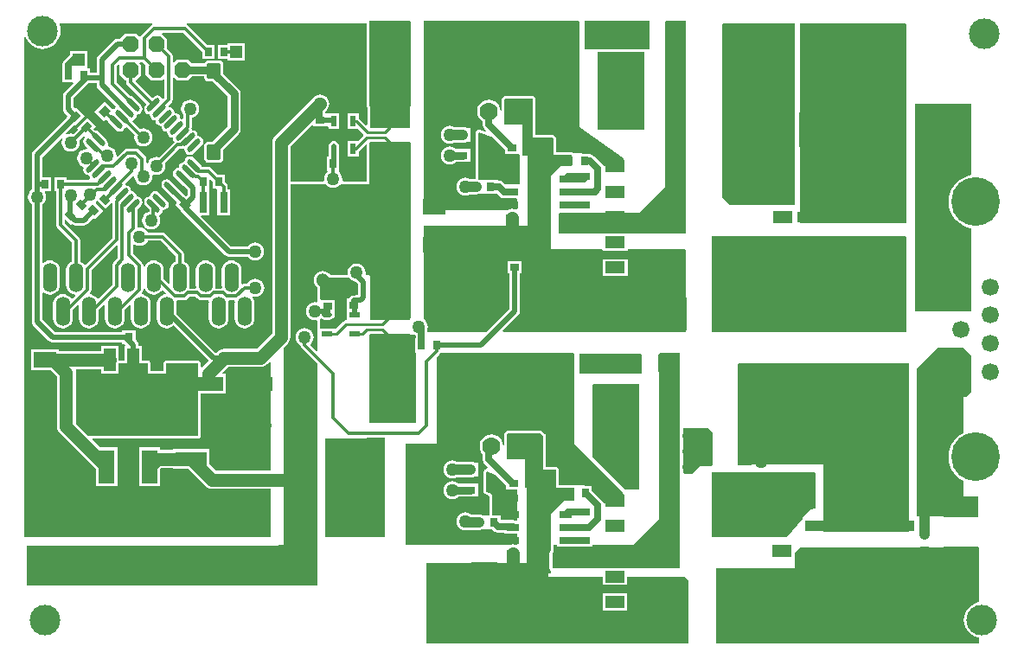
<source format=gtl>
%FSLAX44Y44*%
%MOMM*%
G71*
G01*
G75*
G04 Layer_Physical_Order=1*
G04 Layer_Color=255*
%ADD10R,2.6000X1.1000*%
%ADD11R,3.5000X2.0000*%
%ADD12R,2.1800X1.5200*%
%ADD13R,1.5500X3.3000*%
%ADD14R,1.5200X2.1800*%
%ADD15R,0.9000X0.7000*%
%ADD16R,0.7000X0.9000*%
%ADD17R,0.9000X0.8000*%
%ADD18R,1.1430X0.7620*%
%ADD19R,2.2606X2.9972*%
%ADD20R,1.4224X3.0226*%
%ADD21R,1.8800X1.1700*%
%ADD22R,1.1000X1.4000*%
%ADD23R,0.8000X0.9000*%
%ADD24R,3.0226X1.4224*%
%ADD25R,1.1000X1.7000*%
G04:AMPARAMS|DCode=26|XSize=0.9mm|YSize=0.7mm|CornerRadius=0mm|HoleSize=0mm|Usage=FLASHONLY|Rotation=225.000|XOffset=0mm|YOffset=0mm|HoleType=Round|Shape=Rectangle|*
%AMROTATEDRECTD26*
4,1,4,0.0707,0.5657,0.5657,0.0707,-0.0707,-0.5657,-0.5657,-0.0707,0.0707,0.5657,0.0*
%
%ADD26ROTATEDRECTD26*%

%ADD27R,1.8000X3.2000*%
%ADD28R,1.2000X1.2000*%
%ADD29R,1.4000X1.3900*%
%ADD30R,4.8600X3.3600*%
%ADD31R,4.0000X3.1000*%
G04:AMPARAMS|DCode=32|XSize=0.9mm|YSize=0.8mm|CornerRadius=0mm|HoleSize=0mm|Usage=FLASHONLY|Rotation=135.000|XOffset=0mm|YOffset=0mm|HoleType=Round|Shape=Rectangle|*
%AMROTATEDRECTD32*
4,1,4,0.6010,-0.0354,0.0354,-0.6010,-0.6010,0.0354,-0.0354,0.6010,0.6010,-0.0354,0.0*
%
%ADD32ROTATEDRECTD32*%

G04:AMPARAMS|DCode=33|XSize=0.9mm|YSize=0.8mm|CornerRadius=0mm|HoleSize=0mm|Usage=FLASHONLY|Rotation=45.000|XOffset=0mm|YOffset=0mm|HoleType=Round|Shape=Rectangle|*
%AMROTATEDRECTD33*
4,1,4,-0.0354,-0.6010,-0.6010,-0.0354,0.0354,0.6010,0.6010,0.0354,-0.0354,-0.6010,0.0*
%
%ADD33ROTATEDRECTD33*%

G04:AMPARAMS|DCode=34|XSize=0.9mm|YSize=0.7mm|CornerRadius=0mm|HoleSize=0mm|Usage=FLASHONLY|Rotation=315.000|XOffset=0mm|YOffset=0mm|HoleType=Round|Shape=Rectangle|*
%AMROTATEDRECTD34*
4,1,4,-0.5657,0.0707,-0.0707,0.5657,0.5657,-0.0707,0.0707,-0.5657,-0.5657,0.0707,0.0*
%
%ADD34ROTATEDRECTD34*%

%ADD35R,1.2192X1.2192*%
%ADD36R,1.4000X3.3000*%
%ADD37R,2.1000X1.8000*%
%ADD38O,1.0000X0.5500*%
%ADD39R,1.0000X0.5500*%
%ADD40O,0.5500X1.0000*%
%ADD41R,0.5500X1.0000*%
G04:AMPARAMS|DCode=42|XSize=1.55mm|YSize=1.3mm|CornerRadius=0.0975mm|HoleSize=0mm|Usage=FLASHONLY|Rotation=90.000|XOffset=0mm|YOffset=0mm|HoleType=Round|Shape=RoundedRectangle|*
%AMROUNDEDRECTD42*
21,1,1.5500,1.1050,0,0,90.0*
21,1,1.3550,1.3000,0,0,90.0*
1,1,0.1950,0.5525,0.6775*
1,1,0.1950,0.5525,-0.6775*
1,1,0.1950,-0.5525,-0.6775*
1,1,0.1950,-0.5525,0.6775*
%
%ADD42ROUNDEDRECTD42*%
G04:AMPARAMS|DCode=43|XSize=0.55mm|YSize=1.65mm|CornerRadius=0mm|HoleSize=0mm|Usage=FLASHONLY|Rotation=135.000|XOffset=0mm|YOffset=0mm|HoleType=Round|Shape=Round|*
%AMOVALD43*
21,1,1.1000,0.5500,0.0000,0.0000,225.0*
1,1,0.5500,0.3889,0.3889*
1,1,0.5500,-0.3889,-0.3889*
%
%ADD43OVALD43*%

G04:AMPARAMS|DCode=44|XSize=0.55mm|YSize=1.65mm|CornerRadius=0mm|HoleSize=0mm|Usage=FLASHONLY|Rotation=225.000|XOffset=0mm|YOffset=0mm|HoleType=Round|Shape=Round|*
%AMOVALD44*
21,1,1.1000,0.5500,0.0000,0.0000,315.0*
1,1,0.5500,-0.3889,0.3889*
1,1,0.5500,0.3889,-0.3889*
%
%ADD44OVALD44*%

%ADD45R,1.2192X1.2192*%
%ADD46R,0.7112X2.0066*%
%ADD47R,1.2192X2.2352*%
%ADD48R,3.6068X2.2098*%
%ADD49R,2.0000X3.5000*%
%ADD50C,1.2700*%
%ADD51C,0.3000*%
%ADD52C,0.6350*%
%ADD53C,0.5080*%
%ADD54C,0.7500*%
%ADD55C,0.5000*%
%ADD56C,0.2540*%
%ADD57C,1.0000*%
%ADD58C,0.7000*%
%ADD59C,3.0000*%
%ADD60O,1.4224X2.8448*%
%ADD61C,1.7780*%
%ADD62C,2.3000*%
%ADD63C,1.6900*%
%ADD64R,1.6900X1.6900*%
%ADD65C,4.7600*%
G04:AMPARAMS|DCode=66|XSize=1.5748mm|YSize=1.5748mm|CornerRadius=0mm|HoleSize=0mm|Usage=FLASHONLY|Rotation=0.000|XOffset=0mm|YOffset=0mm|HoleType=Round|Shape=Octagon|*
%AMOCTAGOND66*
4,1,8,0.7874,-0.3937,0.7874,0.3937,0.3937,0.7874,-0.3937,0.7874,-0.7874,0.3937,-0.7874,-0.3937,-0.3937,-0.7874,0.3937,-0.7874,0.7874,-0.3937,0.0*
%
%ADD66OCTAGOND66*%

%ADD67C,1.2700*%
%ADD68C,0.8000*%
G36*
X619760Y308113D02*
X619760Y289560D01*
X559698Y289560D01*
X558800Y290458D01*
X558800Y309011D01*
X618862Y309011D01*
X619760Y308113D01*
D02*
G37*
G36*
X877942Y424180D02*
X878840Y423282D01*
X878840Y330200D01*
X689238Y330200D01*
X688340Y331098D01*
X688340Y424180D01*
X877942Y424180D01*
D02*
G37*
G36*
X185420Y233680D02*
Y228600D01*
X77984D01*
X66040Y240544D01*
Y293954D01*
X90210D01*
Y289092D01*
X107402D01*
Y299720D01*
X136438D01*
Y289092D01*
X153630D01*
Y299720D01*
X185420D01*
Y233680D01*
D02*
G37*
G36*
X688340Y232900D02*
Y198900D01*
X676140D01*
X675640Y198400D01*
X668357Y191117D01*
X662323D01*
X660400Y193040D01*
Y236220D01*
X685020D01*
X688340Y232900D01*
D02*
G37*
G36*
X396857Y327550D02*
X398194Y326996D01*
Y324500D01*
X397980D01*
Y310500D01*
X397980D01*
X398380Y310100D01*
Y241700D01*
X398214Y241300D01*
X353060D01*
Y327660D01*
X396713D01*
X396857Y327550D01*
D02*
G37*
G36*
X155768Y412105D02*
X155768Y412105D01*
X163162Y404711D01*
Y399367D01*
X162393Y399048D01*
X160385Y397507D01*
X158844Y395499D01*
X157875Y393161D01*
X157545Y390652D01*
Y377905D01*
X156275Y377379D01*
X151535Y382119D01*
Y390652D01*
X151205Y393161D01*
X150236Y395499D01*
X148695Y397507D01*
X146687Y399048D01*
X144349Y400017D01*
X141840Y400347D01*
X139331Y400017D01*
X136993Y399048D01*
X134985Y397507D01*
X133444Y395499D01*
X132900Y394187D01*
X131630Y394440D01*
Y395255D01*
X131320Y396815D01*
X130436Y398139D01*
X130436Y398139D01*
X121795Y406780D01*
Y415746D01*
X122934Y416308D01*
X123603Y415795D01*
X125756Y414903D01*
X128066Y414599D01*
X130377Y414903D01*
X132529Y415795D01*
X134378Y417213D01*
X135797Y419062D01*
X135956Y419447D01*
X148426D01*
X155768Y412105D01*
D02*
G37*
G36*
X662940Y635000D02*
X662940Y426720D01*
X538480Y426720D01*
X538480Y446142D01*
X539378Y447040D01*
X617220D01*
X619760Y449580D01*
X637540Y467360D01*
X642620Y472440D01*
Y634102D01*
X643518Y635000D01*
X662940Y635000D01*
D02*
G37*
G36*
X106906Y414806D02*
Y402601D01*
X102444Y398139D01*
X101560Y396815D01*
X101509Y396557D01*
X101250Y395255D01*
X101250Y395255D01*
Y376657D01*
X87765Y363173D01*
X86102Y363306D01*
X85195Y364487D01*
X83188Y366028D01*
X80849Y366997D01*
X79646Y367155D01*
X79190Y368496D01*
X79636Y368941D01*
X79636Y368941D01*
X80520Y370265D01*
X80830Y371825D01*
Y390389D01*
X105733Y415292D01*
X106906Y414806D01*
D02*
G37*
G36*
X308985Y387139D02*
X310518Y386504D01*
X311834Y385494D01*
X312575Y384528D01*
X312701Y384417D01*
X312795Y384278D01*
X313072Y384092D01*
X313323Y383872D01*
X313482Y383819D01*
X313622Y383725D01*
X313949Y383660D01*
X314265Y383553D01*
X314432Y383564D01*
X314597Y383531D01*
X330767D01*
X330850Y383548D01*
X330934Y383536D01*
X331335Y383644D01*
X331742Y383725D01*
X332630Y383868D01*
X334048Y382019D01*
X335897Y380601D01*
X338050Y379709D01*
X339860Y379470D01*
X342222Y377108D01*
Y366318D01*
X337820D01*
X335869Y365930D01*
X334215Y364825D01*
X333110Y363171D01*
X333020Y362720D01*
X330820D01*
Y349720D01*
X330820D01*
X331120Y349420D01*
Y342070D01*
X330032Y341631D01*
X328729Y341371D01*
X327482Y340538D01*
X327482Y340538D01*
X320267Y333324D01*
X319120Y333570D01*
Y333570D01*
X319120Y333570D01*
X305707D01*
X304809Y334468D01*
Y340493D01*
X304809Y340676D01*
X304789Y340775D01*
X304801Y340875D01*
X304704Y341281D01*
X304615Y341651D01*
Y341651D01*
X304679Y342603D01*
X304963Y342896D01*
X305923Y343309D01*
X307321Y342375D01*
X309370Y341967D01*
X313870D01*
X315918Y342375D01*
X317655Y343535D01*
X318815Y345272D01*
X319223Y347320D01*
X318998Y348450D01*
X319420Y349720D01*
X319420D01*
X319420Y349720D01*
Y361720D01*
X305420D01*
X304809Y362737D01*
Y373743D01*
X304776Y373908D01*
X304787Y374076D01*
X304680Y374391D01*
X304615Y374718D01*
X304522Y374858D01*
X304468Y375017D01*
X304248Y375268D01*
X304062Y375545D01*
X303923Y375639D01*
X303812Y375765D01*
X302846Y376506D01*
X301836Y377822D01*
X301201Y379355D01*
X300985Y381000D01*
X301201Y382645D01*
X301836Y384178D01*
X302105Y384528D01*
X302105Y384528D01*
X302846Y385494D01*
X303812Y386235D01*
X304162Y386504D01*
X305695Y387139D01*
X307340Y387355D01*
X308985Y387139D01*
D02*
G37*
G36*
X942340Y553720D02*
X942340Y483752D01*
X942273Y483746D01*
X938248Y482780D01*
X934423Y481196D01*
X930893Y479033D01*
X927746Y476344D01*
X925057Y473196D01*
X922894Y469667D01*
X921310Y465842D01*
X920343Y461817D01*
X920019Y457690D01*
X920343Y453563D01*
X921310Y449538D01*
X922894Y445713D01*
X925057Y442183D01*
X927746Y439036D01*
X930893Y436347D01*
X934423Y434184D01*
X938248Y432600D01*
X942273Y431633D01*
X942340Y431628D01*
X942340Y398780D01*
X942340D01*
Y350520D01*
X941442D01*
X941442Y350520D01*
X887807Y350520D01*
X886909Y351418D01*
X886909Y553720D01*
X942340Y553720D01*
D02*
G37*
G36*
X368300Y129540D02*
X310778Y129540D01*
X309880Y130438D01*
Y226060D01*
X350520D01*
Y227062D01*
X368300D01*
Y129540D01*
D02*
G37*
G36*
X881380Y299720D02*
X881380Y201558D01*
X880482Y200660D01*
X881380D01*
Y135518D01*
X880482Y134620D01*
X797560Y134620D01*
Y200660D01*
X713740Y200660D01*
X713740Y298822D01*
X714638Y299720D01*
X881380Y299720D01*
D02*
G37*
G36*
X789940Y192142D02*
X789940Y157480D01*
X784860Y156210D01*
X778251Y148500D01*
X776980D01*
Y147017D01*
X762000Y129540D01*
X688340D01*
Y193040D01*
X789042D01*
X789940Y192142D01*
D02*
G37*
G36*
X949960Y119380D02*
X949960Y65595D01*
X949069Y65507D01*
X945771Y64506D01*
X942730Y62881D01*
X940066Y60694D01*
X937879Y58029D01*
X936254Y54989D01*
X935253Y51691D01*
X934915Y48260D01*
X935253Y44829D01*
X936254Y41531D01*
X937879Y38491D01*
X940066Y35826D01*
X942730Y33639D01*
X945771Y32014D01*
X949069Y31013D01*
X949960Y30926D01*
Y26298D01*
X949062Y25400D01*
X805688Y25400D01*
X691980D01*
Y99060D01*
X769620D01*
X769620Y114300D01*
X774700Y119380D01*
X949960Y119380D01*
D02*
G37*
G36*
X656420Y309789D02*
X656420Y98520D01*
X605890D01*
X605220Y99190D01*
Y99190D01*
X581420D01*
Y98520D01*
X531960D01*
X531960Y114106D01*
X532858Y115004D01*
X532898D01*
Y121829D01*
X536915D01*
Y119830D01*
X553345D01*
Y119902D01*
X564180D01*
X564771Y120020D01*
X571180D01*
Y121829D01*
X610700D01*
X613240Y124369D01*
X631020Y142149D01*
X636100Y147229D01*
Y308891D01*
X636998Y309789D01*
X656420Y309789D01*
D02*
G37*
G36*
X523240Y228600D02*
Y203200D01*
Y195580D01*
X535940D01*
Y177800D01*
X506561D01*
X553720Y177800D01*
X553720D01*
Y165458D01*
X552822Y164560D01*
X543645Y164560D01*
X536935Y157850D01*
X536915D01*
Y157830D01*
X530860Y151775D01*
Y123278D01*
X530543Y122804D01*
X530349Y121829D01*
Y116100D01*
X530158Y115908D01*
X529605Y115081D01*
X529411Y114106D01*
X529411Y98520D01*
X529605Y97544D01*
X530158Y96718D01*
X530860Y96249D01*
Y94338D01*
X529962Y93440D01*
X528320D01*
Y90180D01*
X581420D01*
Y82490D01*
X605220D01*
Y90180D01*
X661660D01*
X665480Y86360D01*
Y71120D01*
Y47660D01*
Y25400D01*
X409838Y25400D01*
X408940Y26298D01*
Y71120D01*
X408940D01*
Y104140D01*
X506560Y104140D01*
X506561Y177800D01*
X505460D01*
Y205740D01*
X487680Y205740D01*
X487680Y230242D01*
X488578Y231140D01*
X520700Y231140D01*
X523240Y228600D01*
D02*
G37*
G36*
X617220Y176888D02*
X616322Y175990D01*
X603790Y175990D01*
X571500Y208280D01*
X571500Y278502D01*
X572398Y279400D01*
X617220D01*
Y176888D01*
D02*
G37*
G36*
X553720Y308442D02*
X553720Y220980D01*
X601349Y173351D01*
X602663Y166748D01*
X600704Y162020D01*
X582259D01*
X582072Y162961D01*
X582072Y162961D01*
X582072Y162961D01*
X581273Y164156D01*
X580746Y164946D01*
X570860Y174832D01*
Y179180D01*
X564652D01*
Y179568D01*
X563830Y180390D01*
X553720D01*
Y180390D01*
X552450Y180349D01*
X538489D01*
Y195580D01*
X538295Y196555D01*
X537742Y197382D01*
X536915Y197935D01*
X535940Y198129D01*
X525789D01*
Y203200D01*
Y228600D01*
X525595Y229575D01*
X525412Y229850D01*
X525042Y230402D01*
X522502Y232942D01*
X521675Y233495D01*
X520700Y233689D01*
X488578Y233689D01*
X487603Y233495D01*
X486776Y232942D01*
X485878Y232044D01*
X485325Y231217D01*
X485131Y230242D01*
X485131Y219034D01*
X483861Y218951D01*
X483537Y221413D01*
X482389Y224184D01*
X480563Y226563D01*
X478184Y228389D01*
X475413Y229537D01*
X472440Y229928D01*
X469467Y229537D01*
X466696Y228389D01*
X464317Y226563D01*
X462491Y224184D01*
X461343Y221413D01*
X460952Y218440D01*
X461343Y215467D01*
X462491Y212696D01*
X464022Y210700D01*
Y205194D01*
X464488Y202853D01*
X465814Y200868D01*
X468844Y197838D01*
X468806Y197585D01*
X468416Y196384D01*
X468170Y196335D01*
X467919D01*
X467687Y196239D01*
X467440Y196190D01*
X467232Y196051D01*
X467000Y195955D01*
X465944Y195249D01*
X465766Y195072D01*
X465557Y194932D01*
X465418Y194723D01*
X465240Y194546D01*
X465144Y194314D01*
X465005Y194105D01*
X464956Y193859D01*
X464860Y193627D01*
Y193376D01*
X464811Y193130D01*
X464811Y173815D01*
X464901Y173362D01*
X464977Y172909D01*
X464998Y172877D01*
X465005Y172839D01*
X465261Y172456D01*
X465505Y172066D01*
X465536Y172044D01*
X465558Y172012D01*
X465941Y171756D01*
X466316Y171489D01*
X469529Y170047D01*
X470901Y168675D01*
X470901Y151818D01*
X470164Y150920D01*
X468161D01*
X468161Y150920D01*
X468161D01*
X467160D01*
Y150920D01*
X466890Y150920D01*
X463359D01*
X462618Y151227D01*
X460661Y151485D01*
X452840D01*
X451503Y152510D01*
X449350Y153402D01*
X447040Y153706D01*
X444730Y153402D01*
X442577Y152510D01*
X440728Y151092D01*
X439310Y149243D01*
X438418Y147090D01*
X438114Y144780D01*
X438418Y142470D01*
X439310Y140317D01*
X440728Y138468D01*
X442577Y137050D01*
X444730Y136158D01*
X447040Y135854D01*
X449350Y136158D01*
X449827Y136355D01*
X460661D01*
X462618Y136613D01*
X463359Y136920D01*
X466890D01*
X467160Y136920D01*
X467160Y136920D01*
X468161D01*
Y136920D01*
X468161Y136920D01*
X473009D01*
X474314Y135615D01*
X476299Y134288D01*
X478640Y133823D01*
X484845D01*
Y132530D01*
X497840D01*
Y121920D01*
X495714D01*
X495370Y122062D01*
X493060Y122366D01*
X490750Y122062D01*
X490407Y121920D01*
X388620D01*
Y180340D01*
Y220980D01*
X419118D01*
Y305686D01*
X421864Y308432D01*
X422471Y309340D01*
X552822Y309340D01*
X553720Y308442D01*
D02*
G37*
G36*
X475980Y190702D02*
X486860Y179822D01*
Y176220D01*
X492523D01*
X493114Y176103D01*
X493860D01*
X494451Y176220D01*
X497840D01*
X497840Y146048D01*
X496942Y145150D01*
X496063D01*
X495401Y145592D01*
X493060Y146058D01*
X481174D01*
X481161Y146072D01*
Y150920D01*
X474348D01*
X473450Y151818D01*
X473450Y169731D01*
X471000Y172180D01*
X467360Y173815D01*
X467360Y193130D01*
X468416Y193835D01*
X475980Y190702D01*
D02*
G37*
G36*
X934720Y314960D02*
X942340Y307340D01*
X942340Y271780D01*
X937260Y266700D01*
X934720Y266700D01*
Y231419D01*
X934423Y231296D01*
X930893Y229133D01*
X927746Y226444D01*
X925057Y223297D01*
X922894Y219767D01*
X921310Y215942D01*
X920343Y211917D01*
X920019Y207790D01*
X920343Y203663D01*
X921310Y199638D01*
X922894Y195813D01*
X925057Y192283D01*
X927746Y189136D01*
X930893Y186447D01*
X934423Y184284D01*
X934720Y184161D01*
Y150758D01*
X933822Y149860D01*
X889000Y149860D01*
Y294640D01*
X909320Y314960D01*
X934720Y314960D01*
D02*
G37*
G36*
X350511Y632460D02*
Y562610D01*
Y551180D01*
X350705Y550205D01*
X350880Y549943D01*
Y532915D01*
X349707Y532429D01*
X342678Y539458D01*
X342410Y539637D01*
Y544240D01*
X331910D01*
Y529240D01*
X342024D01*
X346935Y524329D01*
X346926Y522542D01*
X341624Y517240D01*
X331910D01*
Y502240D01*
X342410D01*
Y507154D01*
X349338Y514082D01*
X350511Y513596D01*
Y477529D01*
X327350D01*
X326260Y478799D01*
X326426Y480060D01*
X326122Y482370D01*
X325230Y484523D01*
X323812Y486372D01*
X322954Y487030D01*
X323380Y488300D01*
X323380D01*
X323380Y488300D01*
Y502300D01*
X323258D01*
Y506209D01*
X323513Y507490D01*
Y511990D01*
X323105Y514038D01*
X321945Y515775D01*
X320208Y516935D01*
X318160Y517343D01*
X316112Y516935D01*
X314375Y515775D01*
X313214Y514038D01*
X312807Y511990D01*
Y507490D01*
X313062Y506209D01*
Y502300D01*
X311380D01*
Y488300D01*
X311615D01*
X312046Y487030D01*
X311188Y486372D01*
X309769Y484523D01*
X308878Y482370D01*
X308574Y480060D01*
X308740Y478799D01*
X307650Y477529D01*
X276524Y477529D01*
X275626Y478427D01*
Y511923D01*
X296627Y532923D01*
X297800Y532437D01*
Y531360D01*
X311800D01*
X311800Y531360D01*
Y531360D01*
X311800Y531360D01*
X312910Y530974D01*
Y529240D01*
X323410D01*
Y544240D01*
X312910D01*
X312910Y544240D01*
D01*
X311800Y544360D01*
Y544360D01*
X311690Y544360D01*
X309898D01*
Y546194D01*
X311112Y547408D01*
X312530Y549257D01*
X313161Y550779D01*
X313422Y551410D01*
X313726Y553720D01*
X313422Y556030D01*
X312530Y558183D01*
X311112Y560032D01*
X309263Y561451D01*
X307110Y562342D01*
X304800Y562646D01*
X302490Y562342D01*
X301859Y562081D01*
X300337Y561451D01*
X298488Y560032D01*
X260388Y521932D01*
X258969Y520083D01*
X258078Y517930D01*
X257774Y515620D01*
Y408940D01*
Y328817D01*
X242683Y313726D01*
X210820D01*
X208510Y313422D01*
X206357Y312530D01*
X204508Y311112D01*
X203294Y309898D01*
X202372D01*
X164235Y348035D01*
Y357632D01*
X163927Y359968D01*
X164105Y360507D01*
X164593Y361238D01*
X171843D01*
X171843Y361238D01*
X173144Y361497D01*
X173403Y361548D01*
X174727Y362432D01*
X176960Y364666D01*
X182853D01*
X185087Y362432D01*
X185087Y362432D01*
X186410Y361548D01*
X187971Y361238D01*
X195287D01*
X195775Y360507D01*
X195953Y359968D01*
X195645Y357632D01*
Y343408D01*
X195975Y340899D01*
X196944Y338560D01*
X198485Y336553D01*
X200492Y335012D01*
X202831Y334043D01*
X205340Y333713D01*
X207849Y334043D01*
X210187Y335012D01*
X212195Y336553D01*
X213736Y338560D01*
X214705Y340899D01*
X215035Y343408D01*
Y357632D01*
X214727Y359968D01*
X214905Y360507D01*
X215393Y361238D01*
X220687D01*
X221175Y360507D01*
X221353Y359968D01*
X221045Y357632D01*
Y343408D01*
X221375Y340899D01*
X222344Y338560D01*
X223885Y336553D01*
X225893Y335012D01*
X228231Y334043D01*
X230740Y333713D01*
X233249Y334043D01*
X235588Y335012D01*
X237595Y336553D01*
X239136Y338560D01*
X240105Y340899D01*
X240435Y343408D01*
Y357632D01*
X240105Y360141D01*
X239136Y362480D01*
X238188Y363715D01*
X238988Y364758D01*
X238990Y364758D01*
X241300Y364454D01*
X243610Y364758D01*
X245763Y365649D01*
X247612Y367068D01*
X249030Y368917D01*
X249922Y371070D01*
X250226Y373380D01*
X249922Y375690D01*
X249030Y377843D01*
X247612Y379692D01*
X245763Y381110D01*
X243610Y382002D01*
X241300Y382306D01*
X238990Y382002D01*
X236837Y381110D01*
X234988Y379692D01*
X233570Y377843D01*
X233410Y377458D01*
X230707D01*
X230707Y377458D01*
X229146Y377148D01*
X229005Y377054D01*
X228142Y377365D01*
X227735Y377733D01*
Y390652D01*
X227405Y393161D01*
X226436Y395499D01*
X224895Y397507D01*
X222887Y399048D01*
X220549Y400017D01*
X218040Y400347D01*
X215531Y400017D01*
X213193Y399048D01*
X211185Y397507D01*
X209644Y395499D01*
X208675Y393161D01*
X208345Y390652D01*
Y376428D01*
X208653Y374092D01*
X208475Y373553D01*
X207987Y372822D01*
X202693D01*
X202205Y373553D01*
X202027Y374092D01*
X202335Y376428D01*
Y390652D01*
X202005Y393161D01*
X201036Y395499D01*
X199495Y397507D01*
X197488Y399048D01*
X195149Y400017D01*
X192640Y400347D01*
X190131Y400017D01*
X187792Y399048D01*
X185785Y397507D01*
X184244Y395499D01*
X183275Y393161D01*
X182945Y390652D01*
Y376428D01*
X183253Y374092D01*
X183075Y373553D01*
X182587Y372822D01*
X177293D01*
X176805Y373553D01*
X176627Y374092D01*
X176935Y376428D01*
Y390652D01*
X176605Y393161D01*
X175636Y395499D01*
X174095Y397507D01*
X172087Y399048D01*
X171318Y399367D01*
Y406400D01*
X171318Y406400D01*
X171059Y407702D01*
X171008Y407961D01*
X170124Y409284D01*
X161535Y417872D01*
X161535Y417872D01*
X152999Y426409D01*
X151676Y427293D01*
X151417Y427345D01*
X150115Y427603D01*
X150115Y427603D01*
X135956D01*
X135797Y427988D01*
X134378Y429837D01*
X132529Y431255D01*
X130377Y432147D01*
X128066Y432451D01*
X126814Y432286D01*
X125859Y433124D01*
Y449931D01*
X129455Y453527D01*
X130615Y455263D01*
X131022Y457312D01*
X130615Y459360D01*
X129455Y461097D01*
X127718Y462257D01*
X125670Y462664D01*
X125365Y462968D01*
X124958Y465017D01*
X123798Y466754D01*
X122061Y467914D01*
X120013Y468321D01*
X119531Y469520D01*
X119301Y470674D01*
X118141Y472410D01*
X116404Y473571D01*
X114356Y473978D01*
X113874Y475177D01*
X113827Y475411D01*
X121620Y483203D01*
X122387Y482825D01*
X122760Y482548D01*
X123058Y480290D01*
X123949Y478137D01*
X125368Y476288D01*
X127217Y474869D01*
X129370Y473978D01*
X131680Y473674D01*
X133990Y473978D01*
X136143Y474869D01*
X137992Y476288D01*
X139410Y478137D01*
X140302Y480290D01*
X140606Y482600D01*
X140474Y483608D01*
X141481Y484382D01*
X142070Y484138D01*
X144380Y483834D01*
X146690Y484138D01*
X148843Y485029D01*
X150692Y486448D01*
X152111Y488297D01*
X153002Y490450D01*
X153306Y492760D01*
X153002Y495070D01*
X152843Y495455D01*
X166803Y509416D01*
X168771D01*
X168771Y509416D01*
X169745Y509610D01*
X171632Y509234D01*
X171936Y508930D01*
X172343Y506882D01*
X173503Y505145D01*
X175240Y503985D01*
X177288Y503578D01*
X179337Y503985D01*
X181073Y505145D01*
X188852Y512924D01*
X190012Y514660D01*
X190419Y516709D01*
X190012Y518757D01*
X188852Y520494D01*
X187115Y521654D01*
X185067Y522061D01*
X184762Y522365D01*
X184355Y524414D01*
X183195Y526151D01*
X181458Y527311D01*
X179410Y527718D01*
X178928Y528917D01*
X178731Y529909D01*
X178924Y530883D01*
X178924Y530883D01*
Y539914D01*
X179710Y540018D01*
X181863Y540910D01*
X183712Y542328D01*
X185131Y544177D01*
X186022Y546330D01*
X186326Y548640D01*
X186022Y550950D01*
X185131Y553103D01*
X183712Y554952D01*
X181863Y556371D01*
X179710Y557262D01*
X177400Y557566D01*
X175090Y557262D01*
X172937Y556371D01*
X171088Y554952D01*
X169669Y553103D01*
X168778Y550950D01*
X168474Y548640D01*
X168778Y546330D01*
X169669Y544177D01*
X170768Y542746D01*
Y539619D01*
X169498Y538753D01*
X168096Y539032D01*
X167792Y539336D01*
X167384Y541384D01*
X166224Y543121D01*
X164488Y544281D01*
X162439Y544689D01*
X162135Y544993D01*
X161728Y547041D01*
X160567Y548778D01*
X158831Y549938D01*
X156782Y550346D01*
X156300Y551545D01*
X156254Y551778D01*
X159138Y554662D01*
X159138Y554662D01*
X159729Y555546D01*
X160022Y555985D01*
X160332Y557546D01*
X160332Y557546D01*
Y578967D01*
X161506Y579453D01*
X164593Y576366D01*
X174967D01*
X178969Y580368D01*
X191552D01*
Y579075D01*
X191822Y577719D01*
X192590Y576570D01*
X193739Y575802D01*
X195095Y575532D01*
X199386D01*
X214207Y560710D01*
Y531489D01*
X199386Y516668D01*
X195095D01*
X193739Y516398D01*
X192590Y515630D01*
X191822Y514481D01*
X191552Y513125D01*
Y499575D01*
X191822Y498219D01*
X192590Y497070D01*
X193739Y496302D01*
X195095Y496032D01*
X206145D01*
X207501Y496302D01*
X208650Y497070D01*
X209418Y498219D01*
X209688Y499575D01*
Y508946D01*
X225086Y524344D01*
X225086Y524344D01*
X226467Y526411D01*
X226952Y528850D01*
X226952Y528850D01*
Y563350D01*
X226952Y563350D01*
X226467Y565789D01*
X225086Y567856D01*
X225086Y567856D01*
X209688Y583254D01*
Y592625D01*
X209418Y593981D01*
X208650Y595130D01*
X207501Y595898D01*
X206145Y596168D01*
X195095D01*
X193739Y595898D01*
X192590Y595130D01*
X191822Y593981D01*
X191649Y593112D01*
X178969D01*
X174967Y597114D01*
X164593D01*
X161506Y594027D01*
X160332Y594513D01*
Y600266D01*
X160332Y600266D01*
X160022Y601827D01*
X159729Y602266D01*
X159138Y603150D01*
X159138Y603150D01*
X154754Y607534D01*
Y617327D01*
X150049Y622032D01*
X150575Y623302D01*
X170751D01*
X189300Y604752D01*
Y597520D01*
X201300D01*
Y611520D01*
X194068D01*
X175324Y630264D01*
X174001Y631148D01*
X173742Y631199D01*
X173914Y632460D01*
X350511Y632460D01*
D02*
G37*
G36*
X74093Y521726D02*
X74181Y521632D01*
X74508Y520494D01*
X73348Y518757D01*
X72941Y516709D01*
X73348Y514660D01*
X74508Y512924D01*
X77003Y510429D01*
X76410Y509226D01*
X75800Y509306D01*
X73490Y509002D01*
X71337Y508111D01*
X69488Y506692D01*
X68070Y504843D01*
X67178Y502690D01*
X66874Y500380D01*
X67178Y498070D01*
X68070Y495917D01*
X69488Y494068D01*
X71337Y492649D01*
X72485Y492174D01*
X73348Y491180D01*
X72941Y489131D01*
X73348Y487083D01*
X74508Y485346D01*
X76245Y484186D01*
X77398Y483957D01*
X78597Y483475D01*
X79005Y481426D01*
X79589Y480552D01*
X78910Y479282D01*
X56280D01*
Y481980D01*
X44280D01*
Y467980D01*
X46322D01*
Y435440D01*
X46322Y435440D01*
X46581Y434138D01*
X46632Y433879D01*
X47516Y432556D01*
X61562Y418510D01*
Y399367D01*
X60792Y399048D01*
X58785Y397507D01*
X57244Y395499D01*
X56275Y393161D01*
X55945Y390652D01*
Y376428D01*
X56275Y373919D01*
X57244Y371581D01*
X58785Y369573D01*
X60792Y368032D01*
X63131Y367063D01*
X64276Y366913D01*
X64731Y365572D01*
X62358Y363199D01*
X60688Y363325D01*
X59795Y364487D01*
X57787Y366028D01*
X55449Y366997D01*
X52940Y367327D01*
X50431Y366997D01*
X48092Y366028D01*
X46085Y364487D01*
X44544Y362480D01*
X43575Y360141D01*
X43245Y357632D01*
Y343408D01*
X43575Y340899D01*
X44544Y338560D01*
X46085Y336553D01*
X48092Y335012D01*
X50431Y334043D01*
X52940Y333713D01*
X55449Y334043D01*
X57787Y335012D01*
X59795Y336553D01*
X61336Y338560D01*
X62305Y340899D01*
X62635Y343408D01*
Y351940D01*
X67375Y356681D01*
X68645Y356155D01*
Y343408D01*
X68975Y340899D01*
X69944Y338560D01*
X71485Y336553D01*
X73492Y335012D01*
X75831Y334043D01*
X78340Y333713D01*
X80849Y334043D01*
X83188Y335012D01*
X85195Y336553D01*
X86736Y338560D01*
X87705Y340899D01*
X88035Y343408D01*
Y351907D01*
X92775Y356647D01*
X94045Y356121D01*
Y343408D01*
X94375Y340899D01*
X95344Y338560D01*
X96885Y336553D01*
X98892Y335012D01*
X101231Y334043D01*
X103740Y333713D01*
X106249Y334043D01*
X108588Y335012D01*
X110595Y336553D01*
X112136Y338560D01*
X113105Y340899D01*
X113435Y343408D01*
Y351940D01*
X118175Y356681D01*
X119445Y356155D01*
Y343408D01*
X119775Y340899D01*
X120744Y338560D01*
X122285Y336553D01*
X124292Y335012D01*
X126631Y334043D01*
X129140Y333713D01*
X131649Y334043D01*
X133988Y335012D01*
X135995Y336553D01*
X137536Y338560D01*
X138505Y340899D01*
X138835Y343408D01*
Y357632D01*
X138505Y360141D01*
X137536Y362480D01*
X135995Y364487D01*
X133988Y366028D01*
X131649Y366997D01*
X130445Y367155D01*
X129990Y368496D01*
X130436Y368941D01*
X130436Y368941D01*
X131320Y370265D01*
X131630Y371825D01*
Y372640D01*
X132900Y372893D01*
X133444Y371581D01*
X134985Y369573D01*
X136993Y368032D01*
X139331Y367063D01*
X141840Y366733D01*
X144349Y367063D01*
X146687Y368032D01*
X148695Y369573D01*
X149588Y370735D01*
X151258Y370861D01*
X153631Y368488D01*
X153176Y367147D01*
X152031Y366997D01*
X149692Y366028D01*
X147685Y364487D01*
X146144Y362480D01*
X145175Y360141D01*
X144845Y357632D01*
Y343408D01*
X145175Y340899D01*
X146144Y338560D01*
X147685Y336553D01*
X149692Y335012D01*
X152031Y334043D01*
X154540Y333713D01*
X157049Y334043D01*
X159388Y335012D01*
X161340Y336510D01*
X195623Y302227D01*
X189268Y295872D01*
X189172Y295746D01*
X187969Y296154D01*
Y299720D01*
X187775Y300695D01*
X187222Y301522D01*
X186395Y302075D01*
X185420Y302269D01*
X153630D01*
X152655Y302075D01*
X151828Y301522D01*
X151275Y300695D01*
X151081Y299720D01*
Y291641D01*
X138987D01*
Y299720D01*
X138793Y300695D01*
X138240Y301522D01*
X137413Y302075D01*
X136438Y302269D01*
X130516D01*
Y316444D01*
X127018D01*
Y317720D01*
X126630Y319671D01*
X125525Y321325D01*
X123960Y322890D01*
Y332120D01*
X110960D01*
Y330218D01*
X44892D01*
X32638Y342472D01*
Y368545D01*
X33908Y369171D01*
X35392Y368032D01*
X37731Y367063D01*
X40240Y366733D01*
X42749Y367063D01*
X45087Y368032D01*
X47095Y369573D01*
X48636Y371581D01*
X49605Y373919D01*
X49935Y376428D01*
Y390652D01*
X49605Y393161D01*
X48636Y395499D01*
X47095Y397507D01*
X45087Y399048D01*
X42749Y400017D01*
X40240Y400347D01*
X37731Y400017D01*
X35392Y399048D01*
X33908Y397909D01*
X32638Y398535D01*
Y455037D01*
X33852Y455968D01*
X35271Y457817D01*
X36162Y459970D01*
X36466Y462280D01*
X36162Y464590D01*
X35271Y466743D01*
X35196Y466841D01*
X35757Y467980D01*
X41280D01*
Y481980D01*
X32638D01*
Y501255D01*
X51447Y520064D01*
X52524Y519344D01*
X51938Y517930D01*
X51634Y515620D01*
X51938Y513310D01*
X52829Y511157D01*
X54248Y509308D01*
X56097Y507890D01*
X58250Y506998D01*
X60560Y506694D01*
X62870Y506998D01*
X65023Y507890D01*
X66872Y509308D01*
X68291Y511157D01*
X69182Y513310D01*
X69486Y515620D01*
X69182Y517930D01*
X69023Y518315D01*
X72459Y521751D01*
X74093Y521726D01*
D02*
G37*
G36*
X474194Y520334D02*
X485760Y508769D01*
Y504420D01*
X492169D01*
X492760Y504303D01*
X493351Y504420D01*
X499760D01*
X500380Y503407D01*
X500380Y475878D01*
X499482Y474980D01*
X485598Y474980D01*
X483813Y476766D01*
X483813Y476766D01*
X483813Y476766D01*
X483074Y477259D01*
X481828Y478092D01*
X481828Y478092D01*
X481828Y478092D01*
X480818Y478293D01*
X479487Y478558D01*
X478320Y478705D01*
Y479440D01*
X465320D01*
X465320Y479440D01*
X465320D01*
X464320D01*
Y479440D01*
X464050Y479440D01*
X460519D01*
X459778Y479747D01*
X459649Y479764D01*
X459649Y525216D01*
X460705Y525922D01*
X474194Y520334D01*
D02*
G37*
G36*
X558800Y634102D02*
Y543560D01*
X558800Y530860D01*
X601980Y500380D01*
X601980Y492760D01*
X582178D01*
X581146Y494306D01*
X573286Y502166D01*
X571301Y503492D01*
X569760Y503798D01*
Y504840D01*
X561340D01*
Y505460D01*
X553078D01*
X552982Y505602D01*
X552155Y506155D01*
X551180Y506349D01*
X535949D01*
Y519802D01*
X535755Y520777D01*
X535202Y521604D01*
X534304Y522502D01*
X533477Y523055D01*
X532502Y523249D01*
X516527Y523249D01*
X515629Y524147D01*
X515629Y558800D01*
X515435Y559775D01*
X514882Y560602D01*
X514055Y561155D01*
X513080Y561349D01*
X486038Y561349D01*
X485063Y561155D01*
X484236Y560602D01*
X483338Y559704D01*
X482785Y558877D01*
X482591Y557902D01*
Y546694D01*
X481321Y546611D01*
X480997Y549073D01*
X479849Y551844D01*
X478023Y554223D01*
X475644Y556049D01*
X472873Y557197D01*
X469900Y557588D01*
X466927Y557197D01*
X464156Y556049D01*
X461777Y554223D01*
X459951Y551844D01*
X458803Y549073D01*
X458412Y546100D01*
X458803Y543127D01*
X459951Y540356D01*
X461777Y537977D01*
X464022Y536253D01*
Y533040D01*
X464488Y530699D01*
X465814Y528715D01*
X467183Y527346D01*
X466477Y526290D01*
X461681Y528277D01*
X461434Y528326D01*
X461203Y528422D01*
X460952D01*
X460705Y528471D01*
X460459Y528422D01*
X460208D01*
X459976Y528326D01*
X459730Y528277D01*
X459521Y528137D01*
X459289Y528041D01*
X458233Y527336D01*
X458056Y527158D01*
X457847Y527019D01*
X457707Y526810D01*
X457530Y526632D01*
X457434Y526400D01*
X457294Y526192D01*
X457245Y525945D01*
X457149Y525713D01*
Y525462D01*
X457100Y525216D01*
X457100Y480903D01*
X456202Y480005D01*
X451719D01*
X451503Y480171D01*
X449350Y481062D01*
X447040Y481366D01*
X444730Y481062D01*
X442577Y480171D01*
X440728Y478752D01*
X439310Y476903D01*
X438418Y474750D01*
X438114Y472440D01*
X438418Y470130D01*
X439310Y467977D01*
X440728Y466128D01*
X442577Y464710D01*
X444730Y463818D01*
X447040Y463514D01*
X449350Y463818D01*
X451503Y464710D01*
X451719Y464875D01*
X457820D01*
X459778Y465133D01*
X460519Y465440D01*
X464050D01*
X464320Y465440D01*
X464320Y465440D01*
X465320D01*
Y465440D01*
X465320Y465440D01*
X477835D01*
X480241Y463035D01*
X480241Y463034D01*
X480241Y463034D01*
X481228Y462375D01*
X482225Y461708D01*
X482225Y461708D01*
X482225Y461708D01*
X483296Y461495D01*
X484545Y461247D01*
Y461050D01*
X496942D01*
X497840Y460152D01*
Y450740D01*
X497834Y450729D01*
X496570Y449961D01*
X495070Y450582D01*
X492760Y450886D01*
X490450Y450582D01*
X488297Y449691D01*
X488153Y449580D01*
X407298Y449580D01*
X406400Y450478D01*
X406400Y635000D01*
X557902Y635000D01*
X558800Y634102D01*
D02*
G37*
G36*
X622300Y528320D02*
X576580D01*
Y604520D01*
X622300D01*
Y528320D01*
D02*
G37*
G36*
X108606Y591662D02*
Y581553D01*
X113793Y576366D01*
X114902D01*
Y575017D01*
X114902Y575017D01*
X115161Y573715D01*
X115212Y573456D01*
X116096Y572133D01*
X134276Y553954D01*
Y552684D01*
X133905Y552313D01*
X132745Y550577D01*
X132338Y548528D01*
X132745Y546480D01*
X133905Y544743D01*
X135642Y543583D01*
X137690Y543176D01*
X137994Y542872D01*
X138402Y540823D01*
X139562Y539086D01*
X141299Y537926D01*
X143347Y537519D01*
X143651Y537215D01*
X144059Y535166D01*
X145219Y533430D01*
X146956Y532269D01*
X149004Y531862D01*
X149308Y531558D01*
X149716Y529509D01*
X150876Y527773D01*
X152612Y526613D01*
X154661Y526205D01*
X154965Y525901D01*
X155372Y523853D01*
X156533Y522116D01*
X158269Y520956D01*
X160318Y520548D01*
X160622Y520244D01*
X161029Y518196D01*
X161534Y517440D01*
X162183Y516451D01*
X161392Y515540D01*
X147075Y501223D01*
X146690Y501382D01*
X144380Y501686D01*
X142070Y501382D01*
X139917Y500490D01*
X138068Y499072D01*
X136650Y497223D01*
X135948Y495530D01*
X134678Y495783D01*
Y499587D01*
X134678Y499587D01*
X134368Y501148D01*
X134075Y501587D01*
X133484Y502471D01*
X133484Y502471D01*
X127421Y508534D01*
X126098Y509418D01*
X125839Y509469D01*
X124537Y509728D01*
X124537Y509728D01*
X115963D01*
X115963Y509728D01*
X114661Y509469D01*
X114402Y509418D01*
X113079Y508534D01*
X113079Y508534D01*
X106466Y501920D01*
X105263Y502514D01*
X105325Y502987D01*
X105021Y505298D01*
X104129Y507450D01*
X102711Y509299D01*
X100862Y510718D01*
X98709Y511609D01*
X97672Y511746D01*
X97494Y511887D01*
X96794Y513143D01*
X97081Y514587D01*
X96674Y516636D01*
X95513Y518372D01*
X87735Y526151D01*
X85999Y527311D01*
X84898Y527530D01*
X83150Y529278D01*
X85216Y531344D01*
X76730Y539829D01*
X66831Y529930D01*
X67331Y529429D01*
Y528159D01*
X63255Y524083D01*
X62870Y524242D01*
X60560Y524546D01*
X58250Y524242D01*
X56835Y523656D01*
X56116Y524733D01*
X64072Y532689D01*
X64710Y532051D01*
X74609Y541950D01*
X66124Y550436D01*
X64779Y549091D01*
X63118Y550752D01*
Y559228D01*
X77912Y574022D01*
X85942D01*
Y571844D01*
X86330Y569893D01*
X87435Y568240D01*
X104538Y551136D01*
X104176Y549702D01*
X102793Y548778D01*
X102551Y548417D01*
X101287Y548292D01*
X93803Y555776D01*
X83904Y545877D01*
X93096Y536684D01*
X94645Y538233D01*
X95896Y537688D01*
X95976Y537288D01*
X97136Y535551D01*
X104914Y527773D01*
X106651Y526613D01*
X108699Y526205D01*
X110747Y526613D01*
X112484Y527773D01*
X113644Y529509D01*
X113786Y530221D01*
X115164Y530639D01*
X123027Y522776D01*
X122754Y520700D01*
X123058Y518390D01*
X123949Y516237D01*
X125368Y514388D01*
X127217Y512970D01*
X129370Y512078D01*
X131680Y511774D01*
X133990Y512078D01*
X136143Y512970D01*
X137992Y514388D01*
X139410Y516237D01*
X140302Y518390D01*
X140606Y520700D01*
X140302Y523010D01*
X139410Y525163D01*
X137992Y527012D01*
X136143Y528430D01*
X133990Y529322D01*
X131680Y529626D01*
X129370Y529322D01*
X128413Y528926D01*
X120932Y536407D01*
X121350Y537785D01*
X122061Y537926D01*
X123798Y539086D01*
X124958Y540823D01*
X125365Y542872D01*
X125670Y543176D01*
X127718Y543583D01*
X129455Y544743D01*
X130615Y546480D01*
X131022Y548528D01*
X130615Y550577D01*
X129455Y552313D01*
X121676Y560092D01*
X119940Y561252D01*
X118409Y561556D01*
X105278Y574687D01*
Y590131D01*
X107521Y592373D01*
X108606Y591662D01*
D02*
G37*
G36*
X134006Y591346D02*
Y581553D01*
X139193Y576366D01*
X149567D01*
X151002Y577801D01*
X152176Y577315D01*
Y559616D01*
X151261Y558816D01*
X149974Y559013D01*
X149254Y560092D01*
X147517Y561252D01*
X145469Y561659D01*
X143420Y561252D01*
X141684Y560092D01*
X141313Y559721D01*
X140043D01*
X123942Y575823D01*
X124167Y576366D01*
X129354Y581553D01*
Y591927D01*
X127919Y593362D01*
X128405Y594536D01*
X130817D01*
X134006Y591346D01*
D02*
G37*
G36*
X393700Y634102D02*
X393700Y551180D01*
X380654Y551180D01*
X353060Y551180D01*
Y562610D01*
Y635000D01*
X392802Y635000D01*
X393700Y634102D01*
D02*
G37*
G36*
X878841Y631562D02*
X878840Y436880D01*
X775598Y436880D01*
X774700Y437778D01*
X774700Y632460D01*
X877943Y632460D01*
X878841Y631562D01*
D02*
G37*
G36*
X94510Y450771D02*
X100233Y456493D01*
X101406Y456007D01*
Y422501D01*
X75072Y396166D01*
X73417Y396307D01*
X72495Y397507D01*
X70487Y399048D01*
X69718Y399367D01*
Y420200D01*
X69408Y421760D01*
X68524Y423083D01*
X54478Y437129D01*
Y439990D01*
X55652Y440476D01*
X61044Y435084D01*
X61680Y435720D01*
X63192Y434710D01*
X65143Y434322D01*
X73260D01*
X75211Y434710D01*
X76865Y435815D01*
X82559Y441509D01*
X83904Y440164D01*
X92389Y448650D01*
X84950Y456088D01*
X85089Y457746D01*
X86125Y458541D01*
X86702Y458579D01*
X94510Y450771D01*
D02*
G37*
G36*
X140678Y632460D02*
X140803Y631190D01*
X140591Y631148D01*
X139268Y630264D01*
X129622Y620618D01*
X128916Y619561D01*
X127807Y619247D01*
X127452Y619229D01*
X124167Y622514D01*
X113793D01*
X108606Y617327D01*
Y617238D01*
X106280D01*
X104329Y616850D01*
X102675Y615745D01*
X87435Y600505D01*
X87435Y600505D01*
Y600505D01*
X86330Y598851D01*
X85942Y596900D01*
X85942Y596900D01*
Y584218D01*
X79140D01*
Y588660D01*
X76776D01*
Y605156D01*
X59584D01*
Y601036D01*
X59009Y600652D01*
X54049Y595691D01*
X52794Y593814D01*
X52354Y591600D01*
Y588660D01*
X52140D01*
Y574660D01*
X62471D01*
X62957Y573487D01*
X54415Y564945D01*
X53310Y563291D01*
X52922Y561340D01*
Y548640D01*
X53310Y546689D01*
X54415Y545035D01*
X57569Y541881D01*
X56224Y540536D01*
X56862Y539898D01*
X23935Y506971D01*
X22830Y505317D01*
X22442Y503367D01*
Y474980D01*
Y469523D01*
X21228Y468592D01*
X19809Y466743D01*
X18918Y464590D01*
X18614Y462280D01*
X18918Y459970D01*
X19809Y457817D01*
X21228Y455968D01*
X22442Y455037D01*
Y340360D01*
X22830Y338409D01*
X23935Y336755D01*
X39175Y321515D01*
X40829Y320410D01*
X42780Y320022D01*
X110960D01*
Y318120D01*
X113657D01*
X113959Y317714D01*
X113324Y316444D01*
X113324D01*
Y302269D01*
X108156D01*
X107620Y302880D01*
X107402Y304538D01*
Y316444D01*
X90210D01*
Y311806D01*
X48960D01*
Y312980D01*
X22160D01*
Y292780D01*
X40656D01*
X46954Y286483D01*
Y238080D01*
X47258Y235770D01*
X48149Y233617D01*
X49568Y231768D01*
X85590Y195746D01*
Y179120D01*
X106090D01*
Y217120D01*
X89464D01*
X81706Y224878D01*
X82192Y226051D01*
X185420D01*
X186395Y226245D01*
X187222Y226798D01*
X187775Y227625D01*
X187969Y228600D01*
Y233680D01*
Y269788D01*
X211923D01*
Y289012D01*
X209315D01*
X208829Y290185D01*
X214517Y295874D01*
X246380D01*
X248690Y296178D01*
X250843Y297069D01*
X252692Y298488D01*
X255367Y301163D01*
X256540Y300677D01*
Y194346D01*
X202687D01*
X196283Y200751D01*
Y215352D01*
X161057D01*
Y214667D01*
X148090D01*
Y217120D01*
X127590D01*
Y179120D01*
X148090D01*
Y195746D01*
X149157Y196814D01*
X161057D01*
Y196128D01*
X175658D01*
X192678Y179108D01*
X194527Y177689D01*
X196680Y176798D01*
X198990Y176494D01*
X256540D01*
Y129540D01*
X16138Y129540D01*
X15240Y130438D01*
X15240Y618792D01*
X16510Y618980D01*
X16774Y618111D01*
X18399Y615070D01*
X20586Y612406D01*
X23251Y610219D01*
X26291Y608594D01*
X29589Y607593D01*
X33020Y607255D01*
X36451Y607593D01*
X39749Y608594D01*
X42790Y610219D01*
X45454Y612406D01*
X47641Y615070D01*
X49266Y618111D01*
X50267Y621409D01*
X50605Y624840D01*
X50267Y628271D01*
X49381Y631190D01*
X50053Y632460D01*
X140678Y632460D01*
D02*
G37*
G36*
X513080Y558800D02*
X513080Y520700D01*
X532502Y520700D01*
X533400Y519802D01*
Y503800D01*
X551180D01*
Y492760D01*
X540005D01*
X530860Y483615D01*
X530860Y411480D01*
X580922Y411480D01*
X581820Y410582D01*
Y409610D01*
X605620D01*
Y411480D01*
X662042D01*
X662940Y410582D01*
X662940Y330200D01*
X483907Y330200D01*
X483421Y331373D01*
X498934Y346886D01*
X499678Y348000D01*
X500048Y348554D01*
X500439Y350520D01*
Y387820D01*
X502300D01*
Y390715D01*
Y399820D01*
X488300D01*
Y387820D01*
X490161D01*
Y352649D01*
X467713Y330200D01*
X410664D01*
X409766Y331098D01*
Y332545D01*
X409942Y332970D01*
X410246Y335280D01*
X409942Y337590D01*
X409050Y339743D01*
X407632Y341592D01*
X406400Y342537D01*
X406400Y411480D01*
Y433896D01*
X455105Y433896D01*
X507102Y433896D01*
X508000Y432998D01*
X508000Y502920D01*
X502929D01*
Y503407D01*
X502920Y503452D01*
Y533400D01*
X485140D01*
Y557902D01*
X486038Y558800D01*
X513080Y558800D01*
D02*
G37*
G36*
X627380Y607060D02*
X622345D01*
X622300Y607069D01*
X576580D01*
X576535Y607060D01*
X564778D01*
X563880Y607958D01*
X563880Y635000D01*
X627380D01*
Y607060D01*
D02*
G37*
G36*
X769620Y632460D02*
X769620Y455558D01*
X768722Y454660D01*
X706120Y454660D01*
X698500Y462280D01*
X698500Y631562D01*
X699398Y632460D01*
X769620Y632460D01*
D02*
G37*
G36*
X393700Y344371D02*
X392660Y343940D01*
X354621D01*
X353723Y344838D01*
Y385084D01*
X353723Y385084D01*
Y385084D01*
X353723Y385417D01*
X353060Y386080D01*
X352727Y386080D01*
X352727D01*
X352727D01*
X349953D01*
X349116Y387035D01*
X349286Y388331D01*
X348982Y390641D01*
X348091Y392794D01*
X346672Y394643D01*
X344823Y396062D01*
X342670Y396953D01*
X340360Y397257D01*
X338050Y396953D01*
X335897Y396062D01*
X334048Y394643D01*
X332630Y392794D01*
X331738Y390641D01*
X331434Y388331D01*
X331604Y387035D01*
X330767Y386080D01*
X314597D01*
X313652Y387312D01*
X311803Y388731D01*
X309650Y389622D01*
X307340Y389926D01*
X305030Y389622D01*
X302877Y388731D01*
X301028Y387312D01*
X299610Y385463D01*
X298718Y383310D01*
X298414Y381000D01*
X298718Y378690D01*
X299610Y376537D01*
X301028Y374688D01*
X302260Y373743D01*
Y360364D01*
X300990Y359279D01*
X299720Y359446D01*
X297410Y359142D01*
X295257Y358251D01*
X293408Y356832D01*
X291989Y354983D01*
X291098Y352830D01*
X290794Y350520D01*
X291098Y348210D01*
X291989Y346057D01*
X293408Y344208D01*
X295257Y342789D01*
X297410Y341898D01*
X299720Y341594D01*
X300990Y341761D01*
X302260Y340676D01*
Y330200D01*
X302260D01*
Y312227D01*
X301087Y311741D01*
X295505Y317323D01*
X295588Y318590D01*
X295872Y318808D01*
X297290Y320657D01*
X298182Y322810D01*
X298486Y325120D01*
X298182Y327430D01*
X297290Y329583D01*
X295872Y331432D01*
X294023Y332850D01*
X291870Y333742D01*
X289560Y334046D01*
X287250Y333742D01*
X285097Y332850D01*
X283248Y331432D01*
X281829Y329583D01*
X280938Y327430D01*
X280634Y325120D01*
X280938Y322810D01*
X281829Y320657D01*
X283248Y318808D01*
X285097Y317390D01*
X285540Y317206D01*
X285741Y316198D01*
X285792Y315939D01*
X286676Y314616D01*
X302260Y299032D01*
Y226060D01*
Y129540D01*
X302260D01*
Y82348D01*
X265058Y82348D01*
X265058Y82348D01*
X17780D01*
Y120851D01*
X264160D01*
Y121920D01*
X269240D01*
Y315036D01*
X273012Y318808D01*
X274431Y320657D01*
X275322Y322810D01*
X275626Y325120D01*
Y386978D01*
Y402141D01*
Y408940D01*
Y474980D01*
X310243Y474980D01*
X311188Y473748D01*
X313037Y472329D01*
X315190Y471438D01*
X317500Y471134D01*
X319810Y471438D01*
X321963Y472329D01*
X323812Y473748D01*
X324757Y474980D01*
X353060D01*
Y515620D01*
X393700D01*
Y344371D01*
D02*
G37*
%LPC*%
G36*
X231376Y613116D02*
X214184D01*
Y611520D01*
X204300D01*
Y597520D01*
X214184D01*
Y595924D01*
X231376D01*
Y613116D01*
D02*
G37*
G36*
X605220Y74390D02*
X581420D01*
Y57690D01*
X605220D01*
Y74390D01*
D02*
G37*
G36*
X177288Y502262D02*
X175240Y501855D01*
X173503Y500695D01*
X172343Y498958D01*
X171936Y496910D01*
X171632Y496606D01*
X169583Y496198D01*
X167847Y495038D01*
X166686Y493301D01*
X166279Y491253D01*
X165975Y490949D01*
X163926Y490541D01*
X162190Y489381D01*
X161029Y487644D01*
X160622Y485596D01*
X161029Y483547D01*
X162190Y481811D01*
X169968Y474033D01*
X171054Y473307D01*
X174842Y469519D01*
Y464392D01*
X173302Y462851D01*
X166950Y469203D01*
X166224Y470289D01*
X158446Y478067D01*
X156709Y479227D01*
X154661Y479635D01*
X152612Y479227D01*
X150876Y478067D01*
X149716Y476331D01*
X149308Y474282D01*
X149716Y472234D01*
X150876Y470497D01*
X158654Y462719D01*
X159740Y461993D01*
X164112Y457621D01*
Y456352D01*
X162644Y454883D01*
X167987Y449540D01*
X168585Y448646D01*
X211895Y405335D01*
X213549Y404230D01*
X215500Y403842D01*
X233847D01*
X234778Y402628D01*
X236627Y401209D01*
X238780Y400318D01*
X241090Y400014D01*
X243400Y400318D01*
X245553Y401209D01*
X247402Y402628D01*
X248820Y404477D01*
X249712Y406630D01*
X250016Y408940D01*
X249712Y411250D01*
X248820Y413403D01*
X247402Y415252D01*
X245553Y416670D01*
X243400Y417562D01*
X241090Y417866D01*
X238780Y417562D01*
X236627Y416670D01*
X234778Y415252D01*
X233847Y414038D01*
X217612D01*
X188156Y443494D01*
X188642Y444667D01*
X196156D01*
Y469733D01*
X196156Y469733D01*
D01*
X196220Y470520D01*
X196220D01*
X196220Y470976D01*
Y479093D01*
X197393Y479579D01*
X199220Y477752D01*
Y470520D01*
X203260D01*
X204204Y469733D01*
Y444667D01*
X216316D01*
Y469733D01*
X214338D01*
Y472480D01*
X214028Y474041D01*
X213144Y475364D01*
X213144Y475364D01*
X211220Y477288D01*
Y484520D01*
X203988D01*
X197944Y490564D01*
X196621Y491448D01*
X196362Y491499D01*
X195060Y491758D01*
X195060Y491758D01*
X189625D01*
X188852Y492916D01*
X181073Y500695D01*
X179337Y501855D01*
X177288Y502262D01*
D02*
G37*
G36*
X605620Y401510D02*
X581820D01*
Y384810D01*
X605620D01*
Y401510D01*
D02*
G37*
G36*
X143347Y468321D02*
X141299Y467914D01*
X139562Y466754D01*
X138402Y465017D01*
X137994Y462968D01*
X137690Y462664D01*
X135642Y462257D01*
X133905Y461097D01*
X132745Y459360D01*
X132338Y457312D01*
X132745Y455263D01*
X133905Y453527D01*
X137501Y449931D01*
Y448110D01*
X136990Y448042D01*
X134837Y447150D01*
X132988Y445732D01*
X131569Y443883D01*
X130678Y441730D01*
X130374Y439420D01*
X130678Y437110D01*
X131569Y434957D01*
X132988Y433108D01*
X134837Y431689D01*
X136990Y430798D01*
X139300Y430494D01*
X141610Y430798D01*
X143763Y431689D01*
X145612Y433108D01*
X147030Y434957D01*
X147922Y437110D01*
X148226Y439420D01*
X147922Y441730D01*
X147293Y443249D01*
X147483Y444384D01*
X147896Y444841D01*
X149254Y445748D01*
X150414Y447485D01*
X150821Y449533D01*
X151125Y449837D01*
X153174Y450245D01*
X154910Y451405D01*
X156071Y453142D01*
X156478Y455190D01*
X156071Y457239D01*
X154910Y458975D01*
X147132Y466754D01*
X145396Y467914D01*
X143347Y468321D01*
D02*
G37*
G36*
X431800Y511846D02*
X429490Y511542D01*
X427337Y510650D01*
X425488Y509232D01*
X424070Y507383D01*
X423178Y505230D01*
X422874Y502920D01*
X423178Y500610D01*
X424070Y498457D01*
X425488Y496608D01*
X427337Y495190D01*
X429490Y494298D01*
X431800Y493994D01*
X434110Y494298D01*
X436263Y495190D01*
X438033Y496548D01*
X444500D01*
X444663Y496580D01*
X451660D01*
Y509580D01*
X437660D01*
X437660Y509580D01*
Y509580D01*
X436724Y510297D01*
X436263Y510650D01*
X434110Y511542D01*
X431800Y511846D01*
D02*
G37*
G36*
Y532166D02*
X429490Y531862D01*
X427337Y530970D01*
X425488Y529552D01*
X424070Y527703D01*
X423178Y525550D01*
X422874Y523240D01*
X423178Y520930D01*
X424070Y518777D01*
X425488Y516928D01*
X427337Y515509D01*
X429490Y514618D01*
X431800Y514314D01*
X434110Y514618D01*
X436263Y515509D01*
X436271Y515515D01*
X444660D01*
X446618Y515773D01*
X448442Y516529D01*
X448509Y516580D01*
X451660D01*
Y520381D01*
X451967Y521122D01*
X452225Y523080D01*
X451967Y525038D01*
X451660Y525779D01*
Y529580D01*
X448509D01*
X448442Y529631D01*
X446618Y530387D01*
X444660Y530645D01*
X436688D01*
X436263Y530970D01*
X434110Y531862D01*
X431800Y532166D01*
D02*
G37*
G36*
X434340Y184186D02*
X432030Y183882D01*
X429877Y182990D01*
X428028Y181572D01*
X426609Y179723D01*
X425718Y177570D01*
X425414Y175260D01*
X425718Y172950D01*
X426609Y170797D01*
X428028Y168948D01*
X429877Y167530D01*
X432030Y166638D01*
X434340Y166334D01*
X436650Y166638D01*
X438803Y167530D01*
X440573Y168888D01*
X452120D01*
X452283Y168920D01*
X459280D01*
Y181920D01*
X445280D01*
Y181632D01*
X440573D01*
X438803Y182990D01*
X436650Y183882D01*
X434340Y184186D01*
D02*
G37*
G36*
Y204506D02*
X432030Y204202D01*
X429877Y203311D01*
X428028Y201892D01*
X426609Y200043D01*
X425718Y197890D01*
X425414Y195580D01*
X425718Y193270D01*
X426609Y191117D01*
X428028Y189268D01*
X429877Y187850D01*
X432030Y186958D01*
X434340Y186654D01*
X436650Y186958D01*
X438803Y187850D01*
X438811Y187855D01*
X452280D01*
X454238Y188113D01*
X456062Y188869D01*
X456129Y188920D01*
X459280D01*
Y192721D01*
X459587Y193462D01*
X459845Y195420D01*
X459587Y197378D01*
X459280Y198119D01*
Y201920D01*
X456129D01*
X456062Y201971D01*
X454238Y202727D01*
X452280Y202985D01*
X439228D01*
X438803Y203311D01*
X436650Y204202D01*
X434340Y204506D01*
D02*
G37*
%LPD*%
D10*
X866140Y442760D02*
D03*
Y415760D02*
D03*
X873760Y140500D02*
D03*
Y113500D02*
D03*
X465120Y126940D02*
D03*
Y99940D02*
D03*
X784860Y415760D02*
D03*
Y442760D02*
D03*
X815340Y415760D02*
D03*
Y442760D02*
D03*
X467360Y455460D02*
D03*
Y428460D02*
D03*
X822960Y113500D02*
D03*
Y140500D02*
D03*
X792480Y113500D02*
D03*
Y140500D02*
D03*
D11*
X932180Y159120D02*
D03*
Y110120D02*
D03*
D12*
X35560Y302880D02*
D03*
Y266080D02*
D03*
X416560Y452740D02*
D03*
Y415940D02*
D03*
D13*
X137840Y198120D02*
D03*
X95840D02*
D03*
X427400Y596900D02*
D03*
X385400D02*
D03*
X429940Y261620D02*
D03*
X387940D02*
D03*
D14*
X396860Y200660D02*
D03*
X360060D02*
D03*
D15*
X495300Y408820D02*
D03*
Y393820D02*
D03*
X564180Y153960D02*
D03*
Y138960D02*
D03*
Y126020D02*
D03*
Y111020D02*
D03*
X312420Y370720D02*
D03*
Y355720D02*
D03*
X492760Y495420D02*
D03*
Y510420D02*
D03*
X564706Y439540D02*
D03*
Y454540D02*
D03*
Y467480D02*
D03*
Y482480D02*
D03*
X896620Y131960D02*
D03*
Y116960D02*
D03*
X493860Y182220D02*
D03*
Y167220D02*
D03*
D16*
X418980Y317500D02*
D03*
X403980D02*
D03*
X479940Y165100D02*
D03*
X464940D02*
D03*
X317380Y495300D02*
D03*
X302380D02*
D03*
X548760Y497840D02*
D03*
X563760D02*
D03*
X58140Y581660D02*
D03*
X73140D02*
D03*
X205220Y477520D02*
D03*
X190220D02*
D03*
X195300Y604520D02*
D03*
X210300D02*
D03*
X35280Y474980D02*
D03*
X50280D02*
D03*
X890400Y490220D02*
D03*
X875400D02*
D03*
X464700Y490220D02*
D03*
X449700D02*
D03*
X564860Y172180D02*
D03*
X549860D02*
D03*
D17*
X464660Y513080D02*
D03*
X444660Y523080D02*
D03*
Y503080D02*
D03*
X472280Y185420D02*
D03*
X452280Y195420D02*
D03*
Y175420D02*
D03*
X337820Y356220D02*
D03*
Y370220D02*
D03*
X304800Y523860D02*
D03*
Y537860D02*
D03*
D18*
X492760Y480060D02*
D03*
Y467360D02*
D03*
Y454660D02*
D03*
Y441960D02*
D03*
X544830Y480060D02*
D03*
Y467360D02*
D03*
Y454660D02*
D03*
Y441960D02*
D03*
X545130Y113440D02*
D03*
Y126140D02*
D03*
Y138840D02*
D03*
Y151540D02*
D03*
X493060Y113440D02*
D03*
Y126140D02*
D03*
Y138840D02*
D03*
Y151540D02*
D03*
D19*
X518795Y461010D02*
D03*
X519095Y132490D02*
D03*
D20*
X203200Y148460D02*
D03*
Y100330D02*
D03*
D21*
X756920Y165240D02*
D03*
Y140440D02*
D03*
Y115640D02*
D03*
Y90840D02*
D03*
Y66040D02*
D03*
X593320Y165240D02*
D03*
Y140440D02*
D03*
Y115640D02*
D03*
Y90840D02*
D03*
Y66040D02*
D03*
X593720Y393160D02*
D03*
Y417960D02*
D03*
Y442760D02*
D03*
Y467560D02*
D03*
Y492360D02*
D03*
X757320Y393160D02*
D03*
Y417960D02*
D03*
Y442760D02*
D03*
Y467560D02*
D03*
Y492360D02*
D03*
D22*
X548760Y299720D02*
D03*
X563760D02*
D03*
X568840Y617220D02*
D03*
X553840D02*
D03*
D23*
X474660Y143920D02*
D03*
X460661D02*
D03*
X457820Y472440D02*
D03*
X471820D02*
D03*
X117460Y325120D02*
D03*
X131460D02*
D03*
D24*
X178670Y205740D02*
D03*
X226800D02*
D03*
X194310Y279400D02*
D03*
X242440D02*
D03*
D25*
X648500Y619760D02*
D03*
X621500D02*
D03*
X613880Y299720D02*
D03*
X640880D02*
D03*
D26*
X65417Y541243D02*
D03*
X76023Y530637D02*
D03*
D27*
X587260Y581660D02*
D03*
X652260D02*
D03*
X582180Y259080D02*
D03*
X647180D02*
D03*
D28*
X840740Y443260D02*
D03*
Y415260D02*
D03*
X848360Y141000D02*
D03*
Y113000D02*
D03*
D29*
X757740Y519120D02*
D03*
Y537520D02*
D03*
X783140Y166060D02*
D03*
Y184460D02*
D03*
D30*
X797560Y528320D02*
D03*
X822960Y175260D02*
D03*
D31*
X373380Y313280D02*
D03*
Y357280D02*
D03*
Y545240D02*
D03*
Y501240D02*
D03*
D32*
X172190Y454530D02*
D03*
X162290Y444630D02*
D03*
D33*
X93450Y546230D02*
D03*
X83550Y556130D02*
D03*
D34*
X60337Y444277D02*
D03*
X70943Y454883D02*
D03*
X83197Y449357D02*
D03*
X93803Y459963D02*
D03*
D35*
X68180Y617728D02*
D03*
Y596560D02*
D03*
D36*
X656640Y347980D02*
D03*
X694640D02*
D03*
X682040Y215900D02*
D03*
X720040D02*
D03*
D37*
X537900Y217900D02*
D03*
X581900D02*
D03*
X546960Y538480D02*
D03*
X590960D02*
D03*
D38*
X311620Y347320D02*
D03*
D39*
Y337820D02*
D03*
Y328320D02*
D03*
X338620Y347320D02*
D03*
Y328320D02*
D03*
D40*
X318160Y509740D02*
D03*
D41*
X327660D02*
D03*
X337160D02*
D03*
X318160Y536740D02*
D03*
X337160D02*
D03*
D42*
X245620Y585850D02*
D03*
Y506350D02*
D03*
X200620Y585850D02*
D03*
Y506350D02*
D03*
D43*
X121781Y453423D02*
D03*
X116124Y459079D02*
D03*
X110467Y464736D02*
D03*
X104810Y470393D02*
D03*
X99153Y476050D02*
D03*
X93496Y481707D02*
D03*
X87839Y487364D02*
D03*
X82183Y493021D02*
D03*
X141580Y552417D02*
D03*
X147236Y546761D02*
D03*
X152893Y541104D02*
D03*
X158550Y535447D02*
D03*
X164207Y529790D02*
D03*
X169864Y524133D02*
D03*
X175521Y518476D02*
D03*
X181178Y512820D02*
D03*
D44*
X82183D02*
D03*
X87839Y518476D02*
D03*
X93496Y524133D02*
D03*
X99153Y529790D02*
D03*
X104810Y535447D02*
D03*
X110467Y541104D02*
D03*
X116124Y546761D02*
D03*
X121781Y552417D02*
D03*
X181178Y493021D02*
D03*
X175521Y487364D02*
D03*
X169864Y481707D02*
D03*
X164207Y476050D02*
D03*
X158550Y470393D02*
D03*
X152893Y464736D02*
D03*
X147236Y459079D02*
D03*
X141580Y453423D02*
D03*
D45*
X243948Y604520D02*
D03*
X222780D02*
D03*
D46*
X210260Y457200D02*
D03*
X200260D02*
D03*
X190100Y457200D02*
D03*
D47*
X145034Y302768D02*
D03*
X121920D02*
D03*
X98806D02*
D03*
D48*
X121920Y240538D02*
D03*
D49*
X900800Y525780D02*
D03*
X851800D02*
D03*
D50*
X137840Y198120D02*
X145460Y205740D01*
X178670D01*
X266700Y408940D02*
Y515620D01*
Y325120D02*
Y408940D01*
Y515620D02*
X304800Y553720D01*
X246380Y304800D02*
X266700Y325120D01*
X210820Y304800D02*
X246380D01*
X487680Y96520D02*
X493060Y101900D01*
Y113440D01*
X492760Y431800D02*
Y441960D01*
X178670Y205740D02*
X198990Y185420D01*
X276460D01*
X193040Y279400D02*
X195580Y281940D01*
Y289560D01*
X210820Y304800D01*
X55880Y238080D02*
X95840Y198120D01*
X55880Y238080D02*
Y290180D01*
X43180Y302880D02*
X55880Y290180D01*
X35560Y302880D02*
X43180D01*
X98694D01*
D51*
X401320Y231140D02*
X408922Y238742D01*
X332740Y231140D02*
X401320D01*
X317500Y246380D02*
X332740Y231140D01*
X317500Y246380D02*
Y289560D01*
X289560Y317500D02*
X317500Y289560D01*
X289560Y317500D02*
Y325120D01*
X408922Y238742D02*
Y301258D01*
X418980Y311316D01*
Y317500D01*
X317380Y495300D02*
X317500Y495180D01*
Y480060D02*
Y495180D01*
X230707Y373380D02*
X241300D01*
X222643Y365316D02*
X230707Y373380D01*
X213371Y365316D02*
X222643D01*
X209943Y368744D02*
X213371Y365316D01*
X200671Y368744D02*
X209943D01*
X197243Y365316D02*
X200671Y368744D01*
X187971Y365316D02*
X197243D01*
X184543Y368744D02*
X187971Y365316D01*
X175271Y368744D02*
X184543D01*
X171843Y365316D02*
X175271Y368744D01*
X162571Y365316D02*
X171843D01*
X144347Y383540D02*
X162571Y365316D01*
X141840Y383540D02*
X144347D01*
X101200Y572998D02*
X121781Y552417D01*
X101200Y572998D02*
Y591820D01*
X107994Y598614D01*
X132506D01*
X144380Y586740D01*
X118980Y575017D02*
X141580Y552417D01*
X118980Y575017D02*
Y586740D01*
X147236Y546761D02*
Y548528D01*
X156254Y557546D01*
Y600266D01*
X144380Y612140D02*
X156254Y600266D01*
X181178Y493021D02*
X183978Y490220D01*
X210260Y457200D02*
Y472480D01*
X205220Y477520D02*
X210260Y472480D01*
X190100Y457200D02*
Y477400D01*
X190220Y477520D01*
X175521Y487364D02*
X177288D01*
X76023Y530637D02*
X87839Y518821D01*
Y518476D02*
Y518821D01*
X93450Y546230D02*
X104233Y535447D01*
X104810D01*
X210300Y604520D02*
X222780D01*
X210300Y604520D02*
X210300Y604520D01*
X172440Y627380D02*
X195300Y604520D01*
X142152Y627380D02*
X172440D01*
X132506Y617734D02*
X142152Y627380D01*
X132506Y598614D02*
Y617734D01*
X86993Y475203D02*
X93496Y481707D01*
X104810Y470393D02*
Y472161D01*
X120250Y487601D02*
Y495300D01*
X104810Y472161D02*
X120250Y487601D01*
X94380Y459963D02*
X104810Y470393D01*
X93803Y459963D02*
X94380D01*
X97385Y476050D02*
X99153D01*
X94574Y469703D02*
X97385Y472514D01*
X85763Y469703D02*
X94574D01*
X80913Y464853D02*
X85763Y469703D01*
X79814Y464853D02*
X80913D01*
X97385Y472514D02*
Y476050D01*
X79814Y463754D02*
Y464853D01*
X70943Y454883D02*
X79814Y463754D01*
X60560Y515620D02*
X75577Y530637D01*
X76023D01*
X82183Y512820D02*
X83680D01*
X93513Y502987D01*
X96399D01*
X82183Y493021D02*
Y493997D01*
X75800Y500380D02*
X82183Y493997D01*
X87839Y487364D02*
X89607D01*
Y490899D02*
X91054Y492346D01*
X102659D01*
X115963Y505650D01*
X124537D01*
X130600Y499587D01*
Y483680D02*
Y499587D01*
Y483680D02*
X131680Y482600D01*
X89607Y487364D02*
Y490899D01*
X110467Y541104D02*
X130871Y520700D01*
X131680D01*
X110467Y462968D02*
Y464736D01*
X105485Y457986D02*
X110467Y462968D01*
X105485Y420811D02*
Y457986D01*
X76752Y392079D02*
X105485Y420811D01*
X76752Y371825D02*
Y392079D01*
X55447Y350520D02*
X76752Y371825D01*
X52940Y350520D02*
X55447D01*
X110984Y453940D02*
X116124Y459079D01*
X110984Y400911D02*
Y453940D01*
X105328Y395255D02*
X110984Y400911D01*
X105328Y374968D02*
Y395255D01*
X80880Y350520D02*
X105328Y374968D01*
X78340Y350520D02*
X80880D01*
X121781Y431876D02*
Y453423D01*
X117716Y427812D02*
X121781Y431876D01*
X117716Y405090D02*
Y427812D01*
X103740Y350520D02*
X106247D01*
X127552Y371825D02*
Y395255D01*
X106247Y350520D02*
X127552Y371825D01*
X117716Y405090D02*
X127552Y395255D01*
X128066Y423525D02*
X150115D01*
X158651Y414989D01*
Y414989D02*
Y414989D01*
X167240Y383540D02*
Y406400D01*
X158651Y414989D02*
X167240Y406400D01*
X141580Y441699D02*
Y453423D01*
X139300Y439420D02*
X141580Y441699D01*
X181178Y493021D02*
X186518Y487680D01*
X195060D01*
X205220Y477520D01*
X185560Y482180D02*
X190220Y477520D01*
X182472Y482180D02*
X185560D01*
X177288Y487364D02*
X182472Y482180D01*
X169864Y524133D02*
Y525901D01*
X174846Y530883D01*
Y546086D01*
X177400Y548640D01*
X144380Y492760D02*
X165114Y513494D01*
X168771D01*
X173753Y518476D01*
X175521D01*
X50280Y474980D02*
X50400D01*
X65640Y383540D02*
Y420200D01*
X50400Y435440D02*
X65640Y420200D01*
X50400Y435440D02*
Y474860D01*
X50280Y474980D02*
X50400Y474860D01*
X50280Y475203D02*
X86993D01*
D52*
X403980Y317500D02*
Y332620D01*
X401320Y335280D02*
X403980Y332620D01*
X58140Y591600D02*
X63100Y596560D01*
X58140Y581660D02*
Y591600D01*
D53*
X418980Y317500D02*
X462280D01*
X495300Y350520D01*
Y393820D01*
D54*
X312420Y370720D02*
X312920Y370220D01*
X337820D01*
X307340Y381000D02*
X312420Y375920D01*
Y370720D02*
Y375920D01*
X452120Y175260D02*
X452280Y175420D01*
X434340Y175260D02*
X452120D01*
X444500Y502920D02*
X444660Y503080D01*
X431800Y502920D02*
X444500D01*
X169780Y586740D02*
X197190D01*
X198080Y585850D01*
Y506350D02*
X220580Y528850D01*
Y563350D01*
X198080Y585850D02*
X220580Y563350D01*
D55*
X337820Y361220D02*
X344391D01*
X337820Y356220D02*
Y361220D01*
Y356220D02*
X338620Y355420D01*
Y347320D02*
Y355420D01*
X340360Y386180D02*
Y388331D01*
Y386180D02*
X347320Y379220D01*
Y364149D02*
Y379220D01*
X344391Y361220D02*
X347320Y364149D01*
X304800Y537860D02*
X304800Y537860D01*
Y553720D01*
X299720Y350520D02*
X308420D01*
X311620Y347320D01*
X312420Y348120D01*
Y355720D01*
X317040Y537860D02*
X318160Y536740D01*
X304800Y537860D02*
X317040D01*
X317380Y495300D02*
X318160Y496080D01*
Y509740D01*
X91040Y571844D02*
X116124Y546761D01*
X91040Y596900D02*
X106280Y612140D01*
X118980D01*
X91040Y596900D02*
X91040Y596900D01*
X158550Y470393D02*
X172190Y456753D01*
Y454530D02*
Y456753D01*
X60337Y444226D02*
Y444277D01*
X73260Y439420D02*
X83197Y449357D01*
X65143Y439420D02*
X73260D01*
X60337Y444226D02*
X65143Y439420D01*
X60286Y444327D02*
X60337Y444277D01*
X60286Y444327D02*
Y463106D01*
X60750Y463570D01*
X172190Y452250D02*
Y454530D01*
Y452250D02*
X215500Y408940D01*
X241090D01*
X75800Y579120D02*
X91040D01*
Y596900D01*
Y571844D02*
Y579120D01*
X58020Y548640D02*
X65417Y541243D01*
X58020Y548640D02*
Y561340D01*
X75800Y579120D01*
X169864Y481707D02*
X179940Y471631D01*
Y462280D02*
Y471631D01*
X172190Y454530D02*
X179940Y462280D01*
X172190Y454530D02*
X172190D01*
X42780Y518607D02*
X65417Y541243D01*
X27540Y340360D02*
Y474980D01*
X35160D01*
X27540D02*
Y503367D01*
X65417Y541243D01*
X27540Y340360D02*
X42780Y325120D01*
X114520D01*
X121920Y317720D01*
Y302768D02*
Y317720D01*
X154540Y350520D02*
X200260Y304800D01*
X210820D01*
X896620Y154940D02*
X896620Y154940D01*
D56*
X373380Y345440D02*
Y357280D01*
X365760Y337820D02*
X373380Y345440D01*
X330200Y337820D02*
X365760D01*
X320700Y328320D02*
X330200Y337820D01*
X311620Y328320D02*
X320700D01*
X373380Y313280D02*
Y325120D01*
X365760Y332740D02*
X373380Y325120D01*
X350520Y332740D02*
X365760D01*
X346100Y328320D02*
X350520Y332740D01*
X338620Y328320D02*
X346100D01*
X373380Y501240D02*
Y515620D01*
X368300Y520700D02*
X373380Y515620D01*
X350520Y520700D02*
X368300D01*
X339560Y509740D02*
X350520Y520700D01*
X337160Y509740D02*
X339560D01*
X373380Y530860D02*
Y545240D01*
X368300Y525780D02*
X373380Y530860D01*
X350920Y525780D02*
X368300D01*
X339960Y536740D02*
X350920Y525780D01*
X337160Y536740D02*
X339960D01*
D57*
X434340Y195580D02*
X434500Y195420D01*
X452280D01*
X431800Y523240D02*
X431960Y523080D01*
X444660D01*
X447900Y143920D02*
X460661D01*
X447040Y472440D02*
X457820D01*
X896620Y131960D02*
Y154940D01*
D58*
X478640Y139940D02*
X493060D01*
X493114Y182220D02*
X493860D01*
X545130Y138840D02*
X545250Y138960D01*
X564180D01*
X545130Y126140D02*
X545250Y126020D01*
X564180D01*
X545130Y151540D02*
X547550Y153960D01*
X564180D01*
Y138960D02*
X567786D01*
X576420Y147593D01*
Y160620D01*
X564860Y172180D02*
X576420Y160620D01*
X474660Y143920D02*
X478640Y139940D01*
X493060Y138840D02*
Y139940D01*
X484566Y467360D02*
X492760D01*
X479487Y472440D02*
X484566Y467360D01*
X471820Y472440D02*
X479487D01*
X544950Y454540D02*
X564706D01*
X544950Y467480D02*
X564706D01*
X547250Y482480D02*
X564706D01*
X544830Y480060D02*
X563125D01*
X544830D02*
X547250Y482480D01*
X563760Y497840D02*
X568960D01*
X576820Y489980D01*
Y470380D02*
Y489980D01*
X573920Y467480D02*
X576820Y470380D01*
X564706Y467480D02*
X573920D01*
X470140Y533040D02*
X492760Y510420D01*
X470140Y533040D02*
Y546100D01*
Y205194D02*
X493114Y182220D01*
X470140Y205194D02*
Y218440D01*
D59*
X952500Y48260D02*
D03*
X955040Y622300D02*
D03*
X35560Y48260D02*
D03*
X33020Y624840D02*
D03*
D60*
X52940Y350520D02*
D03*
X78340D02*
D03*
X103740D02*
D03*
X129140D02*
D03*
X154540D02*
D03*
X179940D02*
D03*
X205340D02*
D03*
X230740D02*
D03*
X218040Y383540D02*
D03*
X192640D02*
D03*
X167240D02*
D03*
X141840D02*
D03*
X116440D02*
D03*
X91040D02*
D03*
X65640D02*
D03*
X40240D02*
D03*
D61*
X472440Y218440D02*
D03*
X497840D02*
D03*
X469900Y546100D02*
D03*
X495300D02*
D03*
D62*
X55880Y143510D02*
D03*
Y105410D02*
D03*
D63*
X932200Y277340D02*
D03*
X960600Y291190D02*
D03*
X932200Y305040D02*
D03*
X960600Y318890D02*
D03*
X932200Y332740D02*
D03*
X960600Y346590D02*
D03*
X932200Y360440D02*
D03*
X960600Y374290D02*
D03*
D64*
X932200Y388140D02*
D03*
D65*
X946400Y457690D02*
D03*
Y207790D02*
D03*
D66*
X118980Y586740D02*
D03*
Y612140D02*
D03*
X144380Y586740D02*
D03*
Y612140D02*
D03*
X169780Y586740D02*
D03*
Y612140D02*
D03*
D67*
X810260Y370840D02*
D03*
Y355600D02*
D03*
X817880Y256540D02*
D03*
Y271780D02*
D03*
Y287020D02*
D03*
X350520Y139700D02*
D03*
X335280D02*
D03*
X317500D02*
D03*
X251460Y238760D02*
D03*
X241300Y391160D02*
D03*
X289560Y325120D02*
D03*
X401320Y335280D02*
D03*
X180340Y403860D02*
D03*
X340360Y388331D02*
D03*
X307340Y381000D02*
D03*
X266700Y408940D02*
D03*
X210820Y304800D02*
D03*
X317500Y480060D02*
D03*
X241300Y373380D02*
D03*
X304800Y553720D02*
D03*
X299720Y350520D02*
D03*
X434340Y195580D02*
D03*
X431800Y523240D02*
D03*
X434340Y175260D02*
D03*
X431800Y502920D02*
D03*
X441960Y96520D02*
D03*
X487680D02*
D03*
X472440Y83820D02*
D03*
X457200D02*
D03*
X447040Y144780D02*
D03*
Y472440D02*
D03*
X810260Y386080D02*
D03*
X795020Y355600D02*
D03*
Y370840D02*
D03*
Y386080D02*
D03*
X120250Y495300D02*
D03*
X79814Y464853D02*
D03*
X60560Y515620D02*
D03*
X96399Y502987D02*
D03*
X75800Y500380D02*
D03*
X128066Y423525D02*
D03*
X131680Y482600D02*
D03*
Y520700D02*
D03*
X139300Y439420D02*
D03*
X177400Y548640D02*
D03*
X144380Y492760D02*
D03*
X60750Y463570D02*
D03*
X241090Y408940D02*
D03*
X32620Y579120D02*
D03*
X70720Y556260D02*
D03*
X243440Y431800D02*
D03*
X32620Y563880D02*
D03*
Y548640D02*
D03*
X27540Y462280D02*
D03*
X167640Y320040D02*
D03*
X111760Y266700D02*
D03*
X132080D02*
D03*
X149860D02*
D03*
X167640D02*
D03*
X93980D02*
D03*
X76200D02*
D03*
X665480Y228600D02*
D03*
Y213360D02*
D03*
Y198120D02*
D03*
X721360Y241300D02*
D03*
X736600Y236220D02*
D03*
Y218440D02*
D03*
Y203200D02*
D03*
D68*
X708660Y360680D02*
D03*
Y347980D02*
D03*
X703580Y370840D02*
D03*
X693420D02*
D03*
X642620Y347980D02*
D03*
Y360680D02*
D03*
X647700Y370840D02*
D03*
X657860D02*
D03*
M02*

</source>
